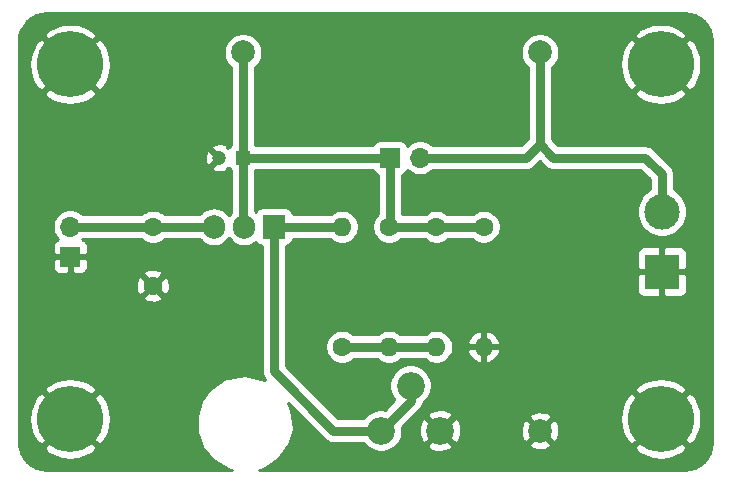
<source format=gbr>
G04 #@! TF.GenerationSoftware,KiCad,Pcbnew,(5.1.9)-1*
G04 #@! TF.CreationDate,2021-05-11T22:08:25+03:00*
G04 #@! TF.ProjectId,VariablePS,56617269-6162-46c6-9550-532e6b696361,1.0*
G04 #@! TF.SameCoordinates,Original*
G04 #@! TF.FileFunction,Copper,L2,Bot*
G04 #@! TF.FilePolarity,Positive*
%FSLAX46Y46*%
G04 Gerber Fmt 4.6, Leading zero omitted, Abs format (unit mm)*
G04 Created by KiCad (PCBNEW (5.1.9)-1) date 2021-05-11 22:08:25*
%MOMM*%
%LPD*%
G01*
G04 APERTURE LIST*
G04 #@! TA.AperFunction,ComponentPad*
%ADD10C,2.340000*%
G04 #@! TD*
G04 #@! TA.AperFunction,ComponentPad*
%ADD11O,1.905000X2.000000*%
G04 #@! TD*
G04 #@! TA.AperFunction,ComponentPad*
%ADD12R,1.905000X2.000000*%
G04 #@! TD*
G04 #@! TA.AperFunction,ComponentPad*
%ADD13C,2.000000*%
G04 #@! TD*
G04 #@! TA.AperFunction,ComponentPad*
%ADD14O,1.600000X1.600000*%
G04 #@! TD*
G04 #@! TA.AperFunction,ComponentPad*
%ADD15C,1.600000*%
G04 #@! TD*
G04 #@! TA.AperFunction,ComponentPad*
%ADD16O,1.700000X1.700000*%
G04 #@! TD*
G04 #@! TA.AperFunction,ComponentPad*
%ADD17R,1.700000X1.700000*%
G04 #@! TD*
G04 #@! TA.AperFunction,ComponentPad*
%ADD18C,3.000000*%
G04 #@! TD*
G04 #@! TA.AperFunction,ComponentPad*
%ADD19R,3.000000X3.000000*%
G04 #@! TD*
G04 #@! TA.AperFunction,ComponentPad*
%ADD20C,5.600000*%
G04 #@! TD*
G04 #@! TA.AperFunction,ComponentPad*
%ADD21C,1.200000*%
G04 #@! TD*
G04 #@! TA.AperFunction,ComponentPad*
%ADD22R,1.200000X1.200000*%
G04 #@! TD*
G04 #@! TA.AperFunction,Conductor*
%ADD23C,0.800000*%
G04 #@! TD*
G04 #@! TA.AperFunction,Conductor*
%ADD24C,0.254000*%
G04 #@! TD*
G04 #@! TA.AperFunction,Conductor*
%ADD25C,0.100000*%
G04 #@! TD*
G04 APERTURE END LIST*
D10*
X111518000Y-76302000D03*
X114018000Y-72502000D03*
X116518000Y-76302000D03*
D11*
X97370000Y-59030000D03*
X99910000Y-59030000D03*
D12*
X102450000Y-59030000D03*
D13*
X124980000Y-76312000D03*
X124980000Y-44288000D03*
X99834000Y-44288000D03*
D14*
X108216000Y-59040000D03*
D15*
X108216000Y-69200000D03*
D14*
X120200000Y-69200000D03*
D15*
X120200000Y-59040000D03*
D14*
X112200000Y-69200000D03*
D15*
X112200000Y-59040000D03*
D14*
X116200000Y-69200000D03*
D15*
X116200000Y-59040000D03*
D16*
X114820000Y-53198000D03*
D17*
X112280000Y-53198000D03*
D16*
X85200000Y-59030000D03*
D17*
X85200000Y-61570000D03*
D18*
X135300000Y-57760000D03*
D19*
X135300000Y-62840000D03*
D20*
X135200000Y-45300000D03*
X85200000Y-45300000D03*
X135200000Y-75300000D03*
X85200000Y-75300000D03*
D21*
X97834000Y-53198000D03*
D22*
X99834000Y-53198000D03*
D15*
X92200000Y-64030000D03*
X92200000Y-59030000D03*
D23*
X92200000Y-59030000D02*
X97370000Y-59030000D01*
X92200000Y-59030000D02*
X85200000Y-59030000D01*
X99834000Y-58954000D02*
X99910000Y-59030000D01*
X99834000Y-53198000D02*
X99834000Y-58954000D01*
X99834000Y-53198000D02*
X99834000Y-44288000D01*
X99834000Y-53198000D02*
X112280000Y-53198000D01*
X112280000Y-58960000D02*
X112200000Y-59040000D01*
X112280000Y-53198000D02*
X112280000Y-58960000D01*
X112200000Y-59040000D02*
X116200000Y-59040000D01*
X120200000Y-59040000D02*
X116200000Y-59040000D01*
X108216000Y-69200000D02*
X112200000Y-69200000D01*
X116200000Y-69200000D02*
X112200000Y-69200000D01*
X102460000Y-59040000D02*
X102450000Y-59030000D01*
X108216000Y-59040000D02*
X102460000Y-59040000D01*
X102450000Y-59030000D02*
X102450000Y-71300000D01*
X107452000Y-76302000D02*
X111518000Y-76302000D01*
X102450000Y-71300000D02*
X107452000Y-76302000D01*
X114018000Y-73802000D02*
X111518000Y-76302000D01*
X114018000Y-72502000D02*
X114018000Y-73802000D01*
X114820000Y-53198000D02*
X123802000Y-53198000D01*
X124980000Y-52020000D02*
X124980000Y-44288000D01*
X123802000Y-53198000D02*
X124980000Y-52020000D01*
X124980000Y-52080000D02*
X126098000Y-53198000D01*
X124980000Y-52020000D02*
X124980000Y-52080000D01*
X135300000Y-57760000D02*
X135300000Y-54600000D01*
X133898000Y-53198000D02*
X126098000Y-53198000D01*
X135300000Y-54600000D02*
X133898000Y-53198000D01*
D24*
X137653893Y-41007670D02*
X138090498Y-41139489D01*
X138493185Y-41353600D01*
X138846612Y-41641848D01*
X139137327Y-41993261D01*
X139354242Y-42394439D01*
X139489106Y-42830113D01*
X139540000Y-43314344D01*
X139540001Y-77267711D01*
X139492330Y-77753894D01*
X139360512Y-78190497D01*
X139146399Y-78593186D01*
X138858150Y-78946613D01*
X138506739Y-79237327D01*
X138105564Y-79454240D01*
X137669886Y-79589106D01*
X137185664Y-79640000D01*
X101163634Y-79640000D01*
X101630802Y-79523208D01*
X101653225Y-79515309D01*
X101674698Y-79502709D01*
X102774698Y-78702709D01*
X102784782Y-78694557D01*
X102801600Y-78676200D01*
X103701600Y-77476200D01*
X103711765Y-77460312D01*
X103721384Y-77437349D01*
X104121384Y-76137349D01*
X104126742Y-76108097D01*
X104125886Y-76083215D01*
X103925886Y-74583215D01*
X103923478Y-74570298D01*
X103915311Y-74546780D01*
X103642946Y-73956657D01*
X106684197Y-76997908D01*
X106716604Y-77037396D01*
X106756092Y-77069803D01*
X106874202Y-77166734D01*
X106955801Y-77210349D01*
X107054007Y-77262841D01*
X107249105Y-77322024D01*
X107401162Y-77337000D01*
X107401171Y-77337000D01*
X107451999Y-77342006D01*
X107502827Y-77337000D01*
X110038709Y-77337000D01*
X110115965Y-77452621D01*
X110367379Y-77704035D01*
X110663012Y-77901571D01*
X110991501Y-78037635D01*
X111340223Y-78107000D01*
X111695777Y-78107000D01*
X112044499Y-78037635D01*
X112372988Y-77901571D01*
X112668621Y-77704035D01*
X112814054Y-77558602D01*
X115441003Y-77558602D01*
X115557275Y-77840389D01*
X115875860Y-77998257D01*
X116219122Y-78090938D01*
X116573869Y-78114873D01*
X116926470Y-78069139D01*
X117263373Y-77955495D01*
X117478725Y-77840389D01*
X117594997Y-77558602D01*
X117483808Y-77447413D01*
X124024192Y-77447413D01*
X124119956Y-77711814D01*
X124409571Y-77852704D01*
X124721108Y-77934384D01*
X125042595Y-77953718D01*
X125361675Y-77909961D01*
X125666088Y-77804795D01*
X125831312Y-77716481D01*
X132963124Y-77716481D01*
X133275308Y-78165177D01*
X133871259Y-78485612D01*
X134518273Y-78683626D01*
X135191484Y-78751610D01*
X135865023Y-78686949D01*
X136513006Y-78492130D01*
X137110530Y-78174639D01*
X137124692Y-78165177D01*
X137436876Y-77716481D01*
X135200000Y-75479605D01*
X132963124Y-77716481D01*
X125831312Y-77716481D01*
X125840044Y-77711814D01*
X125935808Y-77447413D01*
X124980000Y-76491605D01*
X124024192Y-77447413D01*
X117483808Y-77447413D01*
X116518000Y-76481605D01*
X115441003Y-77558602D01*
X112814054Y-77558602D01*
X112920035Y-77452621D01*
X113117571Y-77156988D01*
X113253635Y-76828499D01*
X113323000Y-76479777D01*
X113323000Y-76357869D01*
X114705127Y-76357869D01*
X114750861Y-76710470D01*
X114864505Y-77047373D01*
X114979611Y-77262725D01*
X115261398Y-77378997D01*
X116338395Y-76302000D01*
X116697605Y-76302000D01*
X117774602Y-77378997D01*
X118056389Y-77262725D01*
X118214257Y-76944140D01*
X118306938Y-76600878D01*
X118322205Y-76374595D01*
X123338282Y-76374595D01*
X123382039Y-76693675D01*
X123487205Y-76998088D01*
X123580186Y-77172044D01*
X123844587Y-77267808D01*
X124800395Y-76312000D01*
X125159605Y-76312000D01*
X126115413Y-77267808D01*
X126379814Y-77172044D01*
X126520704Y-76882429D01*
X126602384Y-76570892D01*
X126621718Y-76249405D01*
X126577961Y-75930325D01*
X126472795Y-75625912D01*
X126379814Y-75451956D01*
X126115413Y-75356192D01*
X125159605Y-76312000D01*
X124800395Y-76312000D01*
X123844587Y-75356192D01*
X123580186Y-75451956D01*
X123439296Y-75741571D01*
X123357616Y-76053108D01*
X123338282Y-76374595D01*
X118322205Y-76374595D01*
X118330873Y-76246131D01*
X118285139Y-75893530D01*
X118171495Y-75556627D01*
X118056389Y-75341275D01*
X117774602Y-75225003D01*
X116697605Y-76302000D01*
X116338395Y-76302000D01*
X115261398Y-75225003D01*
X114979611Y-75341275D01*
X114821743Y-75659860D01*
X114729062Y-76003122D01*
X114705127Y-76357869D01*
X113323000Y-76357869D01*
X113323000Y-76124223D01*
X113295872Y-75987839D01*
X114238313Y-75045398D01*
X115441003Y-75045398D01*
X116518000Y-76122395D01*
X117463808Y-75176587D01*
X124024192Y-75176587D01*
X124980000Y-76132395D01*
X125820911Y-75291484D01*
X131748390Y-75291484D01*
X131813051Y-75965023D01*
X132007870Y-76613006D01*
X132325361Y-77210530D01*
X132334823Y-77224692D01*
X132783519Y-77536876D01*
X135020395Y-75300000D01*
X135379605Y-75300000D01*
X137616481Y-77536876D01*
X138065177Y-77224692D01*
X138385612Y-76628741D01*
X138583626Y-75981727D01*
X138651610Y-75308516D01*
X138586949Y-74634977D01*
X138392130Y-73986994D01*
X138074639Y-73389470D01*
X138065177Y-73375308D01*
X137616481Y-73063124D01*
X135379605Y-75300000D01*
X135020395Y-75300000D01*
X132783519Y-73063124D01*
X132334823Y-73375308D01*
X132014388Y-73971259D01*
X131816374Y-74618273D01*
X131748390Y-75291484D01*
X125820911Y-75291484D01*
X125935808Y-75176587D01*
X125840044Y-74912186D01*
X125550429Y-74771296D01*
X125238892Y-74689616D01*
X124917405Y-74670282D01*
X124598325Y-74714039D01*
X124293912Y-74819205D01*
X124119956Y-74912186D01*
X124024192Y-75176587D01*
X117463808Y-75176587D01*
X117594997Y-75045398D01*
X117478725Y-74763611D01*
X117160140Y-74605743D01*
X116816878Y-74513062D01*
X116462131Y-74489127D01*
X116109530Y-74534861D01*
X115772627Y-74648505D01*
X115557275Y-74763611D01*
X115441003Y-75045398D01*
X114238313Y-75045398D01*
X114713908Y-74569803D01*
X114753396Y-74537396D01*
X114793009Y-74489127D01*
X114882734Y-74379798D01*
X114978840Y-74199994D01*
X114978841Y-74199993D01*
X115038024Y-74004895D01*
X115039458Y-73990339D01*
X115168621Y-73904035D01*
X115420035Y-73652621D01*
X115617571Y-73356988D01*
X115753635Y-73028499D01*
X115782473Y-72883519D01*
X132963124Y-72883519D01*
X135200000Y-75120395D01*
X137436876Y-72883519D01*
X137124692Y-72434823D01*
X136528741Y-72114388D01*
X135881727Y-71916374D01*
X135208516Y-71848390D01*
X134534977Y-71913051D01*
X133886994Y-72107870D01*
X133289470Y-72425361D01*
X133275308Y-72434823D01*
X132963124Y-72883519D01*
X115782473Y-72883519D01*
X115823000Y-72679777D01*
X115823000Y-72324223D01*
X115753635Y-71975501D01*
X115617571Y-71647012D01*
X115420035Y-71351379D01*
X115168621Y-71099965D01*
X114872988Y-70902429D01*
X114544499Y-70766365D01*
X114195777Y-70697000D01*
X113840223Y-70697000D01*
X113491501Y-70766365D01*
X113163012Y-70902429D01*
X112867379Y-71099965D01*
X112615965Y-71351379D01*
X112418429Y-71647012D01*
X112282365Y-71975501D01*
X112213000Y-72324223D01*
X112213000Y-72679777D01*
X112282365Y-73028499D01*
X112418429Y-73356988D01*
X112615965Y-73652621D01*
X112659817Y-73696473D01*
X111832161Y-74524128D01*
X111695777Y-74497000D01*
X111340223Y-74497000D01*
X110991501Y-74566365D01*
X110663012Y-74702429D01*
X110367379Y-74899965D01*
X110115965Y-75151379D01*
X110038709Y-75267000D01*
X107880711Y-75267000D01*
X103485000Y-70871290D01*
X103485000Y-69058665D01*
X106781000Y-69058665D01*
X106781000Y-69341335D01*
X106836147Y-69618574D01*
X106944320Y-69879727D01*
X107101363Y-70114759D01*
X107301241Y-70314637D01*
X107536273Y-70471680D01*
X107797426Y-70579853D01*
X108074665Y-70635000D01*
X108357335Y-70635000D01*
X108634574Y-70579853D01*
X108895727Y-70471680D01*
X109130759Y-70314637D01*
X109210396Y-70235000D01*
X111205604Y-70235000D01*
X111285241Y-70314637D01*
X111520273Y-70471680D01*
X111781426Y-70579853D01*
X112058665Y-70635000D01*
X112341335Y-70635000D01*
X112618574Y-70579853D01*
X112879727Y-70471680D01*
X113114759Y-70314637D01*
X113194396Y-70235000D01*
X115205604Y-70235000D01*
X115285241Y-70314637D01*
X115520273Y-70471680D01*
X115781426Y-70579853D01*
X116058665Y-70635000D01*
X116341335Y-70635000D01*
X116618574Y-70579853D01*
X116879727Y-70471680D01*
X117114759Y-70314637D01*
X117314637Y-70114759D01*
X117471680Y-69879727D01*
X117579853Y-69618574D01*
X117593684Y-69549040D01*
X118808091Y-69549040D01*
X118902930Y-69813881D01*
X119047615Y-70055131D01*
X119236586Y-70263519D01*
X119462580Y-70431037D01*
X119716913Y-70551246D01*
X119850961Y-70591904D01*
X120073000Y-70469915D01*
X120073000Y-69327000D01*
X120327000Y-69327000D01*
X120327000Y-70469915D01*
X120549039Y-70591904D01*
X120683087Y-70551246D01*
X120937420Y-70431037D01*
X121163414Y-70263519D01*
X121352385Y-70055131D01*
X121497070Y-69813881D01*
X121591909Y-69549040D01*
X121470624Y-69327000D01*
X120327000Y-69327000D01*
X120073000Y-69327000D01*
X118929376Y-69327000D01*
X118808091Y-69549040D01*
X117593684Y-69549040D01*
X117635000Y-69341335D01*
X117635000Y-69058665D01*
X117593685Y-68850960D01*
X118808091Y-68850960D01*
X118929376Y-69073000D01*
X120073000Y-69073000D01*
X120073000Y-67930085D01*
X120327000Y-67930085D01*
X120327000Y-69073000D01*
X121470624Y-69073000D01*
X121591909Y-68850960D01*
X121497070Y-68586119D01*
X121352385Y-68344869D01*
X121163414Y-68136481D01*
X120937420Y-67968963D01*
X120683087Y-67848754D01*
X120549039Y-67808096D01*
X120327000Y-67930085D01*
X120073000Y-67930085D01*
X119850961Y-67808096D01*
X119716913Y-67848754D01*
X119462580Y-67968963D01*
X119236586Y-68136481D01*
X119047615Y-68344869D01*
X118902930Y-68586119D01*
X118808091Y-68850960D01*
X117593685Y-68850960D01*
X117579853Y-68781426D01*
X117471680Y-68520273D01*
X117314637Y-68285241D01*
X117114759Y-68085363D01*
X116879727Y-67928320D01*
X116618574Y-67820147D01*
X116341335Y-67765000D01*
X116058665Y-67765000D01*
X115781426Y-67820147D01*
X115520273Y-67928320D01*
X115285241Y-68085363D01*
X115205604Y-68165000D01*
X113194396Y-68165000D01*
X113114759Y-68085363D01*
X112879727Y-67928320D01*
X112618574Y-67820147D01*
X112341335Y-67765000D01*
X112058665Y-67765000D01*
X111781426Y-67820147D01*
X111520273Y-67928320D01*
X111285241Y-68085363D01*
X111205604Y-68165000D01*
X109210396Y-68165000D01*
X109130759Y-68085363D01*
X108895727Y-67928320D01*
X108634574Y-67820147D01*
X108357335Y-67765000D01*
X108074665Y-67765000D01*
X107797426Y-67820147D01*
X107536273Y-67928320D01*
X107301241Y-68085363D01*
X107101363Y-68285241D01*
X106944320Y-68520273D01*
X106836147Y-68781426D01*
X106781000Y-69058665D01*
X103485000Y-69058665D01*
X103485000Y-64340000D01*
X133161928Y-64340000D01*
X133174188Y-64464482D01*
X133210498Y-64584180D01*
X133269463Y-64694494D01*
X133348815Y-64791185D01*
X133445506Y-64870537D01*
X133555820Y-64929502D01*
X133675518Y-64965812D01*
X133800000Y-64978072D01*
X135014250Y-64975000D01*
X135173000Y-64816250D01*
X135173000Y-62967000D01*
X135427000Y-62967000D01*
X135427000Y-64816250D01*
X135585750Y-64975000D01*
X136800000Y-64978072D01*
X136924482Y-64965812D01*
X137044180Y-64929502D01*
X137154494Y-64870537D01*
X137251185Y-64791185D01*
X137330537Y-64694494D01*
X137389502Y-64584180D01*
X137425812Y-64464482D01*
X137438072Y-64340000D01*
X137435000Y-63125750D01*
X137276250Y-62967000D01*
X135427000Y-62967000D01*
X135173000Y-62967000D01*
X133323750Y-62967000D01*
X133165000Y-63125750D01*
X133161928Y-64340000D01*
X103485000Y-64340000D01*
X103485000Y-61340000D01*
X133161928Y-61340000D01*
X133165000Y-62554250D01*
X133323750Y-62713000D01*
X135173000Y-62713000D01*
X135173000Y-60863750D01*
X135427000Y-60863750D01*
X135427000Y-62713000D01*
X137276250Y-62713000D01*
X137435000Y-62554250D01*
X137438072Y-61340000D01*
X137425812Y-61215518D01*
X137389502Y-61095820D01*
X137330537Y-60985506D01*
X137251185Y-60888815D01*
X137154494Y-60809463D01*
X137044180Y-60750498D01*
X136924482Y-60714188D01*
X136800000Y-60701928D01*
X135585750Y-60705000D01*
X135427000Y-60863750D01*
X135173000Y-60863750D01*
X135014250Y-60705000D01*
X133800000Y-60701928D01*
X133675518Y-60714188D01*
X133555820Y-60750498D01*
X133445506Y-60809463D01*
X133348815Y-60888815D01*
X133269463Y-60985506D01*
X133210498Y-61095820D01*
X133174188Y-61215518D01*
X133161928Y-61340000D01*
X103485000Y-61340000D01*
X103485000Y-60659947D01*
X103526982Y-60655812D01*
X103646680Y-60619502D01*
X103756994Y-60560537D01*
X103853685Y-60481185D01*
X103933037Y-60384494D01*
X103992002Y-60274180D01*
X104028312Y-60154482D01*
X104036140Y-60075000D01*
X107221604Y-60075000D01*
X107301241Y-60154637D01*
X107536273Y-60311680D01*
X107797426Y-60419853D01*
X108074665Y-60475000D01*
X108357335Y-60475000D01*
X108634574Y-60419853D01*
X108895727Y-60311680D01*
X109130759Y-60154637D01*
X109330637Y-59954759D01*
X109487680Y-59719727D01*
X109595853Y-59458574D01*
X109651000Y-59181335D01*
X109651000Y-58898665D01*
X109595853Y-58621426D01*
X109487680Y-58360273D01*
X109330637Y-58125241D01*
X109130759Y-57925363D01*
X108895727Y-57768320D01*
X108634574Y-57660147D01*
X108357335Y-57605000D01*
X108074665Y-57605000D01*
X107797426Y-57660147D01*
X107536273Y-57768320D01*
X107301241Y-57925363D01*
X107221604Y-58005000D01*
X104038110Y-58005000D01*
X104028312Y-57905518D01*
X103992002Y-57785820D01*
X103933037Y-57675506D01*
X103853685Y-57578815D01*
X103756994Y-57499463D01*
X103646680Y-57440498D01*
X103526982Y-57404188D01*
X103402500Y-57391928D01*
X101497500Y-57391928D01*
X101373018Y-57404188D01*
X101253320Y-57440498D01*
X101143006Y-57499463D01*
X101046315Y-57578815D01*
X100966963Y-57675506D01*
X100922095Y-57759446D01*
X100869000Y-57715872D01*
X100869000Y-54262468D01*
X100885185Y-54249185D01*
X100898468Y-54233000D01*
X110822546Y-54233000D01*
X110840498Y-54292180D01*
X110899463Y-54402494D01*
X110978815Y-54499185D01*
X111075506Y-54578537D01*
X111185820Y-54637502D01*
X111245000Y-54655454D01*
X111245001Y-57965603D01*
X111085363Y-58125241D01*
X110928320Y-58360273D01*
X110820147Y-58621426D01*
X110765000Y-58898665D01*
X110765000Y-59181335D01*
X110820147Y-59458574D01*
X110928320Y-59719727D01*
X111085363Y-59954759D01*
X111285241Y-60154637D01*
X111520273Y-60311680D01*
X111781426Y-60419853D01*
X112058665Y-60475000D01*
X112341335Y-60475000D01*
X112618574Y-60419853D01*
X112879727Y-60311680D01*
X113114759Y-60154637D01*
X113194396Y-60075000D01*
X115205604Y-60075000D01*
X115285241Y-60154637D01*
X115520273Y-60311680D01*
X115781426Y-60419853D01*
X116058665Y-60475000D01*
X116341335Y-60475000D01*
X116618574Y-60419853D01*
X116879727Y-60311680D01*
X117114759Y-60154637D01*
X117194396Y-60075000D01*
X119205604Y-60075000D01*
X119285241Y-60154637D01*
X119520273Y-60311680D01*
X119781426Y-60419853D01*
X120058665Y-60475000D01*
X120341335Y-60475000D01*
X120618574Y-60419853D01*
X120879727Y-60311680D01*
X121114759Y-60154637D01*
X121314637Y-59954759D01*
X121471680Y-59719727D01*
X121579853Y-59458574D01*
X121635000Y-59181335D01*
X121635000Y-58898665D01*
X121579853Y-58621426D01*
X121471680Y-58360273D01*
X121314637Y-58125241D01*
X121114759Y-57925363D01*
X120879727Y-57768320D01*
X120618574Y-57660147D01*
X120341335Y-57605000D01*
X120058665Y-57605000D01*
X119781426Y-57660147D01*
X119520273Y-57768320D01*
X119285241Y-57925363D01*
X119205604Y-58005000D01*
X117194396Y-58005000D01*
X117114759Y-57925363D01*
X116879727Y-57768320D01*
X116618574Y-57660147D01*
X116341335Y-57605000D01*
X116058665Y-57605000D01*
X115781426Y-57660147D01*
X115520273Y-57768320D01*
X115285241Y-57925363D01*
X115205604Y-58005000D01*
X113315000Y-58005000D01*
X113315000Y-54655454D01*
X113374180Y-54637502D01*
X113484494Y-54578537D01*
X113581185Y-54499185D01*
X113660537Y-54402494D01*
X113719502Y-54292180D01*
X113741513Y-54219620D01*
X113873368Y-54351475D01*
X114116589Y-54513990D01*
X114386842Y-54625932D01*
X114673740Y-54683000D01*
X114966260Y-54683000D01*
X115253158Y-54625932D01*
X115523411Y-54513990D01*
X115766632Y-54351475D01*
X115885107Y-54233000D01*
X123751172Y-54233000D01*
X123802000Y-54238006D01*
X123852828Y-54233000D01*
X123852838Y-54233000D01*
X124004895Y-54218024D01*
X124199993Y-54158841D01*
X124379797Y-54062734D01*
X124537396Y-53933396D01*
X124569807Y-53893903D01*
X124950000Y-53513710D01*
X125330196Y-53893907D01*
X125362604Y-53933396D01*
X125402092Y-53965803D01*
X125520202Y-54062734D01*
X125616309Y-54114104D01*
X125700007Y-54158841D01*
X125895105Y-54218024D01*
X126047162Y-54233000D01*
X126047165Y-54233000D01*
X126098000Y-54238007D01*
X126148835Y-54233000D01*
X133469290Y-54233000D01*
X134265001Y-55028712D01*
X134265001Y-55883822D01*
X133939017Y-56101637D01*
X133641637Y-56399017D01*
X133407988Y-56748698D01*
X133247047Y-57137244D01*
X133165000Y-57549721D01*
X133165000Y-57970279D01*
X133247047Y-58382756D01*
X133407988Y-58771302D01*
X133641637Y-59120983D01*
X133939017Y-59418363D01*
X134288698Y-59652012D01*
X134677244Y-59812953D01*
X135089721Y-59895000D01*
X135510279Y-59895000D01*
X135922756Y-59812953D01*
X136311302Y-59652012D01*
X136660983Y-59418363D01*
X136958363Y-59120983D01*
X137192012Y-58771302D01*
X137352953Y-58382756D01*
X137435000Y-57970279D01*
X137435000Y-57549721D01*
X137352953Y-57137244D01*
X137192012Y-56748698D01*
X136958363Y-56399017D01*
X136660983Y-56101637D01*
X136335000Y-55883822D01*
X136335000Y-54650827D01*
X136340006Y-54599999D01*
X136335000Y-54549171D01*
X136335000Y-54549162D01*
X136320024Y-54397105D01*
X136260841Y-54202007D01*
X136216104Y-54118309D01*
X136164734Y-54022202D01*
X136067803Y-53904092D01*
X136035396Y-53864604D01*
X135995908Y-53832197D01*
X134665807Y-52502097D01*
X134633396Y-52462604D01*
X134475797Y-52333266D01*
X134295993Y-52237159D01*
X134100895Y-52177976D01*
X133948838Y-52163000D01*
X133948828Y-52163000D01*
X133898000Y-52157994D01*
X133847172Y-52163000D01*
X126526711Y-52163000D01*
X126015000Y-51651290D01*
X126015000Y-47716481D01*
X132963124Y-47716481D01*
X133275308Y-48165177D01*
X133871259Y-48485612D01*
X134518273Y-48683626D01*
X135191484Y-48751610D01*
X135865023Y-48686949D01*
X136513006Y-48492130D01*
X137110530Y-48174639D01*
X137124692Y-48165177D01*
X137436876Y-47716481D01*
X135200000Y-45479605D01*
X132963124Y-47716481D01*
X126015000Y-47716481D01*
X126015000Y-45562833D01*
X126022252Y-45557987D01*
X126249987Y-45330252D01*
X126275890Y-45291484D01*
X131748390Y-45291484D01*
X131813051Y-45965023D01*
X132007870Y-46613006D01*
X132325361Y-47210530D01*
X132334823Y-47224692D01*
X132783519Y-47536876D01*
X135020395Y-45300000D01*
X135379605Y-45300000D01*
X137616481Y-47536876D01*
X138065177Y-47224692D01*
X138385612Y-46628741D01*
X138583626Y-45981727D01*
X138651610Y-45308516D01*
X138586949Y-44634977D01*
X138392130Y-43986994D01*
X138074639Y-43389470D01*
X138065177Y-43375308D01*
X137616481Y-43063124D01*
X135379605Y-45300000D01*
X135020395Y-45300000D01*
X132783519Y-43063124D01*
X132334823Y-43375308D01*
X132014388Y-43971259D01*
X131816374Y-44618273D01*
X131748390Y-45291484D01*
X126275890Y-45291484D01*
X126428918Y-45062463D01*
X126552168Y-44764912D01*
X126615000Y-44449033D01*
X126615000Y-44126967D01*
X126552168Y-43811088D01*
X126428918Y-43513537D01*
X126249987Y-43245748D01*
X126022252Y-43018013D01*
X125820968Y-42883519D01*
X132963124Y-42883519D01*
X135200000Y-45120395D01*
X137436876Y-42883519D01*
X137124692Y-42434823D01*
X136528741Y-42114388D01*
X135881727Y-41916374D01*
X135208516Y-41848390D01*
X134534977Y-41913051D01*
X133886994Y-42107870D01*
X133289470Y-42425361D01*
X133275308Y-42434823D01*
X132963124Y-42883519D01*
X125820968Y-42883519D01*
X125754463Y-42839082D01*
X125456912Y-42715832D01*
X125141033Y-42653000D01*
X124818967Y-42653000D01*
X124503088Y-42715832D01*
X124205537Y-42839082D01*
X123937748Y-43018013D01*
X123710013Y-43245748D01*
X123531082Y-43513537D01*
X123407832Y-43811088D01*
X123345000Y-44126967D01*
X123345000Y-44449033D01*
X123407832Y-44764912D01*
X123531082Y-45062463D01*
X123710013Y-45330252D01*
X123937748Y-45557987D01*
X123945001Y-45562833D01*
X123945000Y-51591289D01*
X123373290Y-52163000D01*
X115885107Y-52163000D01*
X115766632Y-52044525D01*
X115523411Y-51882010D01*
X115253158Y-51770068D01*
X114966260Y-51713000D01*
X114673740Y-51713000D01*
X114386842Y-51770068D01*
X114116589Y-51882010D01*
X113873368Y-52044525D01*
X113741513Y-52176380D01*
X113719502Y-52103820D01*
X113660537Y-51993506D01*
X113581185Y-51896815D01*
X113484494Y-51817463D01*
X113374180Y-51758498D01*
X113254482Y-51722188D01*
X113130000Y-51709928D01*
X111430000Y-51709928D01*
X111305518Y-51722188D01*
X111185820Y-51758498D01*
X111075506Y-51817463D01*
X110978815Y-51896815D01*
X110899463Y-51993506D01*
X110840498Y-52103820D01*
X110822546Y-52163000D01*
X100898468Y-52163000D01*
X100885185Y-52146815D01*
X100869000Y-52133532D01*
X100869000Y-45562833D01*
X100876252Y-45557987D01*
X101103987Y-45330252D01*
X101282918Y-45062463D01*
X101406168Y-44764912D01*
X101469000Y-44449033D01*
X101469000Y-44126967D01*
X101406168Y-43811088D01*
X101282918Y-43513537D01*
X101103987Y-43245748D01*
X100876252Y-43018013D01*
X100608463Y-42839082D01*
X100310912Y-42715832D01*
X99995033Y-42653000D01*
X99672967Y-42653000D01*
X99357088Y-42715832D01*
X99059537Y-42839082D01*
X98791748Y-43018013D01*
X98564013Y-43245748D01*
X98385082Y-43513537D01*
X98261832Y-43811088D01*
X98199000Y-44126967D01*
X98199000Y-44449033D01*
X98261832Y-44764912D01*
X98385082Y-45062463D01*
X98564013Y-45330252D01*
X98791748Y-45557987D01*
X98799001Y-45562833D01*
X98799000Y-52133532D01*
X98782815Y-52146815D01*
X98703463Y-52243506D01*
X98679142Y-52289006D01*
X98621264Y-52231128D01*
X98504158Y-52348234D01*
X98456852Y-52124652D01*
X98235484Y-52023763D01*
X97998687Y-51968000D01*
X97755562Y-51959505D01*
X97515451Y-51998605D01*
X97287582Y-52083798D01*
X97211148Y-52124652D01*
X97163841Y-52348236D01*
X97834000Y-53018395D01*
X97848143Y-53004253D01*
X98027748Y-53183858D01*
X98013605Y-53198000D01*
X98027748Y-53212143D01*
X97848143Y-53391748D01*
X97834000Y-53377605D01*
X97163841Y-54047764D01*
X97211148Y-54271348D01*
X97432516Y-54372237D01*
X97669313Y-54428000D01*
X97912438Y-54436495D01*
X98152549Y-54397395D01*
X98380418Y-54312202D01*
X98456852Y-54271348D01*
X98504158Y-54047766D01*
X98621264Y-54164872D01*
X98679142Y-54106994D01*
X98703463Y-54152494D01*
X98782815Y-54249185D01*
X98799000Y-54262468D01*
X98799001Y-57840615D01*
X98782037Y-57854537D01*
X98640000Y-58027609D01*
X98497963Y-57854537D01*
X98256235Y-57656155D01*
X97980449Y-57508745D01*
X97681204Y-57417970D01*
X97370000Y-57387319D01*
X97058797Y-57417970D01*
X96759552Y-57508745D01*
X96483766Y-57656155D01*
X96242037Y-57854537D01*
X96126761Y-57995000D01*
X93194396Y-57995000D01*
X93114759Y-57915363D01*
X92879727Y-57758320D01*
X92618574Y-57650147D01*
X92341335Y-57595000D01*
X92058665Y-57595000D01*
X91781426Y-57650147D01*
X91520273Y-57758320D01*
X91285241Y-57915363D01*
X91205604Y-57995000D01*
X86265107Y-57995000D01*
X86146632Y-57876525D01*
X85903411Y-57714010D01*
X85633158Y-57602068D01*
X85346260Y-57545000D01*
X85053740Y-57545000D01*
X84766842Y-57602068D01*
X84496589Y-57714010D01*
X84253368Y-57876525D01*
X84046525Y-58083368D01*
X83884010Y-58326589D01*
X83772068Y-58596842D01*
X83715000Y-58883740D01*
X83715000Y-59176260D01*
X83772068Y-59463158D01*
X83884010Y-59733411D01*
X84046525Y-59976632D01*
X84178380Y-60108487D01*
X84105820Y-60130498D01*
X83995506Y-60189463D01*
X83898815Y-60268815D01*
X83819463Y-60365506D01*
X83760498Y-60475820D01*
X83724188Y-60595518D01*
X83711928Y-60720000D01*
X83715000Y-61284250D01*
X83873750Y-61443000D01*
X85073000Y-61443000D01*
X85073000Y-61423000D01*
X85327000Y-61423000D01*
X85327000Y-61443000D01*
X86526250Y-61443000D01*
X86685000Y-61284250D01*
X86688072Y-60720000D01*
X86675812Y-60595518D01*
X86639502Y-60475820D01*
X86580537Y-60365506D01*
X86501185Y-60268815D01*
X86404494Y-60189463D01*
X86294180Y-60130498D01*
X86221620Y-60108487D01*
X86265107Y-60065000D01*
X91205604Y-60065000D01*
X91285241Y-60144637D01*
X91520273Y-60301680D01*
X91781426Y-60409853D01*
X92058665Y-60465000D01*
X92341335Y-60465000D01*
X92618574Y-60409853D01*
X92879727Y-60301680D01*
X93114759Y-60144637D01*
X93194396Y-60065000D01*
X96126762Y-60065000D01*
X96242037Y-60205463D01*
X96483765Y-60403845D01*
X96759551Y-60551255D01*
X97058796Y-60642030D01*
X97370000Y-60672681D01*
X97681203Y-60642030D01*
X97980448Y-60551255D01*
X98256234Y-60403845D01*
X98497963Y-60205463D01*
X98640000Y-60032391D01*
X98782037Y-60205463D01*
X99023765Y-60403845D01*
X99299551Y-60551255D01*
X99598796Y-60642030D01*
X99910000Y-60672681D01*
X100221203Y-60642030D01*
X100520448Y-60551255D01*
X100796234Y-60403845D01*
X100922095Y-60300553D01*
X100966963Y-60384494D01*
X101046315Y-60481185D01*
X101143006Y-60560537D01*
X101253320Y-60619502D01*
X101373018Y-60655812D01*
X101415000Y-60659947D01*
X101415001Y-71249162D01*
X101409994Y-71300000D01*
X101429977Y-71502895D01*
X101489160Y-71697993D01*
X101585266Y-71877797D01*
X101682197Y-71995907D01*
X101700605Y-72018337D01*
X100031257Y-71594445D01*
X99998347Y-71590550D01*
X99973605Y-71593312D01*
X98173605Y-71975773D01*
X98146775Y-71984691D01*
X98125302Y-71997291D01*
X97025302Y-72797291D01*
X97012165Y-72808272D01*
X96995958Y-72827170D01*
X96295958Y-73827170D01*
X96285168Y-73845753D01*
X96276792Y-73869198D01*
X95976792Y-75069198D01*
X95973000Y-75100000D01*
X95973000Y-76400000D01*
X95973997Y-76415884D01*
X95979517Y-76440161D01*
X96379517Y-77640161D01*
X96388449Y-77660707D01*
X96402436Y-77681303D01*
X97402436Y-78881303D01*
X97419131Y-78897925D01*
X97439789Y-78911820D01*
X98739789Y-79611820D01*
X98759965Y-79620525D01*
X98784248Y-79626019D01*
X98896096Y-79640000D01*
X83232279Y-79640000D01*
X82746106Y-79592330D01*
X82309503Y-79460512D01*
X81906814Y-79246399D01*
X81553387Y-78958150D01*
X81262673Y-78606739D01*
X81045760Y-78205564D01*
X80910894Y-77769886D01*
X80905281Y-77716481D01*
X82963124Y-77716481D01*
X83275308Y-78165177D01*
X83871259Y-78485612D01*
X84518273Y-78683626D01*
X85191484Y-78751610D01*
X85865023Y-78686949D01*
X86513006Y-78492130D01*
X87110530Y-78174639D01*
X87124692Y-78165177D01*
X87436876Y-77716481D01*
X85200000Y-75479605D01*
X82963124Y-77716481D01*
X80905281Y-77716481D01*
X80860000Y-77285664D01*
X80860000Y-75291484D01*
X81748390Y-75291484D01*
X81813051Y-75965023D01*
X82007870Y-76613006D01*
X82325361Y-77210530D01*
X82334823Y-77224692D01*
X82783519Y-77536876D01*
X85020395Y-75300000D01*
X85379605Y-75300000D01*
X87616481Y-77536876D01*
X88065177Y-77224692D01*
X88385612Y-76628741D01*
X88583626Y-75981727D01*
X88651610Y-75308516D01*
X88586949Y-74634977D01*
X88392130Y-73986994D01*
X88074639Y-73389470D01*
X88065177Y-73375308D01*
X87616481Y-73063124D01*
X85379605Y-75300000D01*
X85020395Y-75300000D01*
X82783519Y-73063124D01*
X82334823Y-73375308D01*
X82014388Y-73971259D01*
X81816374Y-74618273D01*
X81748390Y-75291484D01*
X80860000Y-75291484D01*
X80860000Y-72883519D01*
X82963124Y-72883519D01*
X85200000Y-75120395D01*
X87436876Y-72883519D01*
X87124692Y-72434823D01*
X86528741Y-72114388D01*
X85881727Y-71916374D01*
X85208516Y-71848390D01*
X84534977Y-71913051D01*
X83886994Y-72107870D01*
X83289470Y-72425361D01*
X83275308Y-72434823D01*
X82963124Y-72883519D01*
X80860000Y-72883519D01*
X80860000Y-65022702D01*
X91386903Y-65022702D01*
X91458486Y-65266671D01*
X91713996Y-65387571D01*
X91988184Y-65456300D01*
X92270512Y-65470217D01*
X92550130Y-65428787D01*
X92816292Y-65333603D01*
X92941514Y-65266671D01*
X93013097Y-65022702D01*
X92200000Y-64209605D01*
X91386903Y-65022702D01*
X80860000Y-65022702D01*
X80860000Y-64100512D01*
X90759783Y-64100512D01*
X90801213Y-64380130D01*
X90896397Y-64646292D01*
X90963329Y-64771514D01*
X91207298Y-64843097D01*
X92020395Y-64030000D01*
X92379605Y-64030000D01*
X93192702Y-64843097D01*
X93436671Y-64771514D01*
X93557571Y-64516004D01*
X93626300Y-64241816D01*
X93640217Y-63959488D01*
X93598787Y-63679870D01*
X93503603Y-63413708D01*
X93436671Y-63288486D01*
X93192702Y-63216903D01*
X92379605Y-64030000D01*
X92020395Y-64030000D01*
X91207298Y-63216903D01*
X90963329Y-63288486D01*
X90842429Y-63543996D01*
X90773700Y-63818184D01*
X90759783Y-64100512D01*
X80860000Y-64100512D01*
X80860000Y-62420000D01*
X83711928Y-62420000D01*
X83724188Y-62544482D01*
X83760498Y-62664180D01*
X83819463Y-62774494D01*
X83898815Y-62871185D01*
X83995506Y-62950537D01*
X84105820Y-63009502D01*
X84225518Y-63045812D01*
X84350000Y-63058072D01*
X84914250Y-63055000D01*
X85073000Y-62896250D01*
X85073000Y-61697000D01*
X85327000Y-61697000D01*
X85327000Y-62896250D01*
X85485750Y-63055000D01*
X86050000Y-63058072D01*
X86174482Y-63045812D01*
X86202548Y-63037298D01*
X91386903Y-63037298D01*
X92200000Y-63850395D01*
X93013097Y-63037298D01*
X92941514Y-62793329D01*
X92686004Y-62672429D01*
X92411816Y-62603700D01*
X92129488Y-62589783D01*
X91849870Y-62631213D01*
X91583708Y-62726397D01*
X91458486Y-62793329D01*
X91386903Y-63037298D01*
X86202548Y-63037298D01*
X86294180Y-63009502D01*
X86404494Y-62950537D01*
X86501185Y-62871185D01*
X86580537Y-62774494D01*
X86639502Y-62664180D01*
X86675812Y-62544482D01*
X86688072Y-62420000D01*
X86685000Y-61855750D01*
X86526250Y-61697000D01*
X85327000Y-61697000D01*
X85073000Y-61697000D01*
X83873750Y-61697000D01*
X83715000Y-61855750D01*
X83711928Y-62420000D01*
X80860000Y-62420000D01*
X80860000Y-53276438D01*
X96595505Y-53276438D01*
X96634605Y-53516549D01*
X96719798Y-53744418D01*
X96760652Y-53820852D01*
X96984236Y-53868159D01*
X97654395Y-53198000D01*
X96984236Y-52527841D01*
X96760652Y-52575148D01*
X96659763Y-52796516D01*
X96604000Y-53033313D01*
X96595505Y-53276438D01*
X80860000Y-53276438D01*
X80860000Y-47716481D01*
X82963124Y-47716481D01*
X83275308Y-48165177D01*
X83871259Y-48485612D01*
X84518273Y-48683626D01*
X85191484Y-48751610D01*
X85865023Y-48686949D01*
X86513006Y-48492130D01*
X87110530Y-48174639D01*
X87124692Y-48165177D01*
X87436876Y-47716481D01*
X85200000Y-45479605D01*
X82963124Y-47716481D01*
X80860000Y-47716481D01*
X80860000Y-45291484D01*
X81748390Y-45291484D01*
X81813051Y-45965023D01*
X82007870Y-46613006D01*
X82325361Y-47210530D01*
X82334823Y-47224692D01*
X82783519Y-47536876D01*
X85020395Y-45300000D01*
X85379605Y-45300000D01*
X87616481Y-47536876D01*
X88065177Y-47224692D01*
X88385612Y-46628741D01*
X88583626Y-45981727D01*
X88651610Y-45308516D01*
X88586949Y-44634977D01*
X88392130Y-43986994D01*
X88074639Y-43389470D01*
X88065177Y-43375308D01*
X87616481Y-43063124D01*
X85379605Y-45300000D01*
X85020395Y-45300000D01*
X82783519Y-43063124D01*
X82334823Y-43375308D01*
X82014388Y-43971259D01*
X81816374Y-44618273D01*
X81748390Y-45291484D01*
X80860000Y-45291484D01*
X80860000Y-43332279D01*
X80904001Y-42883519D01*
X82963124Y-42883519D01*
X85200000Y-45120395D01*
X87436876Y-42883519D01*
X87124692Y-42434823D01*
X86528741Y-42114388D01*
X85881727Y-41916374D01*
X85208516Y-41848390D01*
X84534977Y-41913051D01*
X83886994Y-42107870D01*
X83289470Y-42425361D01*
X83275308Y-42434823D01*
X82963124Y-42883519D01*
X80904001Y-42883519D01*
X80907670Y-42846107D01*
X81039489Y-42409502D01*
X81253600Y-42006815D01*
X81541848Y-41653388D01*
X81893261Y-41362673D01*
X82294439Y-41145758D01*
X82730113Y-41010894D01*
X83214344Y-40960000D01*
X137167721Y-40960000D01*
X137653893Y-41007670D01*
G04 #@! TA.AperFunction,Conductor*
D25*
G36*
X137653893Y-41007670D02*
G01*
X138090498Y-41139489D01*
X138493185Y-41353600D01*
X138846612Y-41641848D01*
X139137327Y-41993261D01*
X139354242Y-42394439D01*
X139489106Y-42830113D01*
X139540000Y-43314344D01*
X139540001Y-77267711D01*
X139492330Y-77753894D01*
X139360512Y-78190497D01*
X139146399Y-78593186D01*
X138858150Y-78946613D01*
X138506739Y-79237327D01*
X138105564Y-79454240D01*
X137669886Y-79589106D01*
X137185664Y-79640000D01*
X101163634Y-79640000D01*
X101630802Y-79523208D01*
X101653225Y-79515309D01*
X101674698Y-79502709D01*
X102774698Y-78702709D01*
X102784782Y-78694557D01*
X102801600Y-78676200D01*
X103701600Y-77476200D01*
X103711765Y-77460312D01*
X103721384Y-77437349D01*
X104121384Y-76137349D01*
X104126742Y-76108097D01*
X104125886Y-76083215D01*
X103925886Y-74583215D01*
X103923478Y-74570298D01*
X103915311Y-74546780D01*
X103642946Y-73956657D01*
X106684197Y-76997908D01*
X106716604Y-77037396D01*
X106756092Y-77069803D01*
X106874202Y-77166734D01*
X106955801Y-77210349D01*
X107054007Y-77262841D01*
X107249105Y-77322024D01*
X107401162Y-77337000D01*
X107401171Y-77337000D01*
X107451999Y-77342006D01*
X107502827Y-77337000D01*
X110038709Y-77337000D01*
X110115965Y-77452621D01*
X110367379Y-77704035D01*
X110663012Y-77901571D01*
X110991501Y-78037635D01*
X111340223Y-78107000D01*
X111695777Y-78107000D01*
X112044499Y-78037635D01*
X112372988Y-77901571D01*
X112668621Y-77704035D01*
X112814054Y-77558602D01*
X115441003Y-77558602D01*
X115557275Y-77840389D01*
X115875860Y-77998257D01*
X116219122Y-78090938D01*
X116573869Y-78114873D01*
X116926470Y-78069139D01*
X117263373Y-77955495D01*
X117478725Y-77840389D01*
X117594997Y-77558602D01*
X117483808Y-77447413D01*
X124024192Y-77447413D01*
X124119956Y-77711814D01*
X124409571Y-77852704D01*
X124721108Y-77934384D01*
X125042595Y-77953718D01*
X125361675Y-77909961D01*
X125666088Y-77804795D01*
X125831312Y-77716481D01*
X132963124Y-77716481D01*
X133275308Y-78165177D01*
X133871259Y-78485612D01*
X134518273Y-78683626D01*
X135191484Y-78751610D01*
X135865023Y-78686949D01*
X136513006Y-78492130D01*
X137110530Y-78174639D01*
X137124692Y-78165177D01*
X137436876Y-77716481D01*
X135200000Y-75479605D01*
X132963124Y-77716481D01*
X125831312Y-77716481D01*
X125840044Y-77711814D01*
X125935808Y-77447413D01*
X124980000Y-76491605D01*
X124024192Y-77447413D01*
X117483808Y-77447413D01*
X116518000Y-76481605D01*
X115441003Y-77558602D01*
X112814054Y-77558602D01*
X112920035Y-77452621D01*
X113117571Y-77156988D01*
X113253635Y-76828499D01*
X113323000Y-76479777D01*
X113323000Y-76357869D01*
X114705127Y-76357869D01*
X114750861Y-76710470D01*
X114864505Y-77047373D01*
X114979611Y-77262725D01*
X115261398Y-77378997D01*
X116338395Y-76302000D01*
X116697605Y-76302000D01*
X117774602Y-77378997D01*
X118056389Y-77262725D01*
X118214257Y-76944140D01*
X118306938Y-76600878D01*
X118322205Y-76374595D01*
X123338282Y-76374595D01*
X123382039Y-76693675D01*
X123487205Y-76998088D01*
X123580186Y-77172044D01*
X123844587Y-77267808D01*
X124800395Y-76312000D01*
X125159605Y-76312000D01*
X126115413Y-77267808D01*
X126379814Y-77172044D01*
X126520704Y-76882429D01*
X126602384Y-76570892D01*
X126621718Y-76249405D01*
X126577961Y-75930325D01*
X126472795Y-75625912D01*
X126379814Y-75451956D01*
X126115413Y-75356192D01*
X125159605Y-76312000D01*
X124800395Y-76312000D01*
X123844587Y-75356192D01*
X123580186Y-75451956D01*
X123439296Y-75741571D01*
X123357616Y-76053108D01*
X123338282Y-76374595D01*
X118322205Y-76374595D01*
X118330873Y-76246131D01*
X118285139Y-75893530D01*
X118171495Y-75556627D01*
X118056389Y-75341275D01*
X117774602Y-75225003D01*
X116697605Y-76302000D01*
X116338395Y-76302000D01*
X115261398Y-75225003D01*
X114979611Y-75341275D01*
X114821743Y-75659860D01*
X114729062Y-76003122D01*
X114705127Y-76357869D01*
X113323000Y-76357869D01*
X113323000Y-76124223D01*
X113295872Y-75987839D01*
X114238313Y-75045398D01*
X115441003Y-75045398D01*
X116518000Y-76122395D01*
X117463808Y-75176587D01*
X124024192Y-75176587D01*
X124980000Y-76132395D01*
X125820911Y-75291484D01*
X131748390Y-75291484D01*
X131813051Y-75965023D01*
X132007870Y-76613006D01*
X132325361Y-77210530D01*
X132334823Y-77224692D01*
X132783519Y-77536876D01*
X135020395Y-75300000D01*
X135379605Y-75300000D01*
X137616481Y-77536876D01*
X138065177Y-77224692D01*
X138385612Y-76628741D01*
X138583626Y-75981727D01*
X138651610Y-75308516D01*
X138586949Y-74634977D01*
X138392130Y-73986994D01*
X138074639Y-73389470D01*
X138065177Y-73375308D01*
X137616481Y-73063124D01*
X135379605Y-75300000D01*
X135020395Y-75300000D01*
X132783519Y-73063124D01*
X132334823Y-73375308D01*
X132014388Y-73971259D01*
X131816374Y-74618273D01*
X131748390Y-75291484D01*
X125820911Y-75291484D01*
X125935808Y-75176587D01*
X125840044Y-74912186D01*
X125550429Y-74771296D01*
X125238892Y-74689616D01*
X124917405Y-74670282D01*
X124598325Y-74714039D01*
X124293912Y-74819205D01*
X124119956Y-74912186D01*
X124024192Y-75176587D01*
X117463808Y-75176587D01*
X117594997Y-75045398D01*
X117478725Y-74763611D01*
X117160140Y-74605743D01*
X116816878Y-74513062D01*
X116462131Y-74489127D01*
X116109530Y-74534861D01*
X115772627Y-74648505D01*
X115557275Y-74763611D01*
X115441003Y-75045398D01*
X114238313Y-75045398D01*
X114713908Y-74569803D01*
X114753396Y-74537396D01*
X114793009Y-74489127D01*
X114882734Y-74379798D01*
X114978840Y-74199994D01*
X114978841Y-74199993D01*
X115038024Y-74004895D01*
X115039458Y-73990339D01*
X115168621Y-73904035D01*
X115420035Y-73652621D01*
X115617571Y-73356988D01*
X115753635Y-73028499D01*
X115782473Y-72883519D01*
X132963124Y-72883519D01*
X135200000Y-75120395D01*
X137436876Y-72883519D01*
X137124692Y-72434823D01*
X136528741Y-72114388D01*
X135881727Y-71916374D01*
X135208516Y-71848390D01*
X134534977Y-71913051D01*
X133886994Y-72107870D01*
X133289470Y-72425361D01*
X133275308Y-72434823D01*
X132963124Y-72883519D01*
X115782473Y-72883519D01*
X115823000Y-72679777D01*
X115823000Y-72324223D01*
X115753635Y-71975501D01*
X115617571Y-71647012D01*
X115420035Y-71351379D01*
X115168621Y-71099965D01*
X114872988Y-70902429D01*
X114544499Y-70766365D01*
X114195777Y-70697000D01*
X113840223Y-70697000D01*
X113491501Y-70766365D01*
X113163012Y-70902429D01*
X112867379Y-71099965D01*
X112615965Y-71351379D01*
X112418429Y-71647012D01*
X112282365Y-71975501D01*
X112213000Y-72324223D01*
X112213000Y-72679777D01*
X112282365Y-73028499D01*
X112418429Y-73356988D01*
X112615965Y-73652621D01*
X112659817Y-73696473D01*
X111832161Y-74524128D01*
X111695777Y-74497000D01*
X111340223Y-74497000D01*
X110991501Y-74566365D01*
X110663012Y-74702429D01*
X110367379Y-74899965D01*
X110115965Y-75151379D01*
X110038709Y-75267000D01*
X107880711Y-75267000D01*
X103485000Y-70871290D01*
X103485000Y-69058665D01*
X106781000Y-69058665D01*
X106781000Y-69341335D01*
X106836147Y-69618574D01*
X106944320Y-69879727D01*
X107101363Y-70114759D01*
X107301241Y-70314637D01*
X107536273Y-70471680D01*
X107797426Y-70579853D01*
X108074665Y-70635000D01*
X108357335Y-70635000D01*
X108634574Y-70579853D01*
X108895727Y-70471680D01*
X109130759Y-70314637D01*
X109210396Y-70235000D01*
X111205604Y-70235000D01*
X111285241Y-70314637D01*
X111520273Y-70471680D01*
X111781426Y-70579853D01*
X112058665Y-70635000D01*
X112341335Y-70635000D01*
X112618574Y-70579853D01*
X112879727Y-70471680D01*
X113114759Y-70314637D01*
X113194396Y-70235000D01*
X115205604Y-70235000D01*
X115285241Y-70314637D01*
X115520273Y-70471680D01*
X115781426Y-70579853D01*
X116058665Y-70635000D01*
X116341335Y-70635000D01*
X116618574Y-70579853D01*
X116879727Y-70471680D01*
X117114759Y-70314637D01*
X117314637Y-70114759D01*
X117471680Y-69879727D01*
X117579853Y-69618574D01*
X117593684Y-69549040D01*
X118808091Y-69549040D01*
X118902930Y-69813881D01*
X119047615Y-70055131D01*
X119236586Y-70263519D01*
X119462580Y-70431037D01*
X119716913Y-70551246D01*
X119850961Y-70591904D01*
X120073000Y-70469915D01*
X120073000Y-69327000D01*
X120327000Y-69327000D01*
X120327000Y-70469915D01*
X120549039Y-70591904D01*
X120683087Y-70551246D01*
X120937420Y-70431037D01*
X121163414Y-70263519D01*
X121352385Y-70055131D01*
X121497070Y-69813881D01*
X121591909Y-69549040D01*
X121470624Y-69327000D01*
X120327000Y-69327000D01*
X120073000Y-69327000D01*
X118929376Y-69327000D01*
X118808091Y-69549040D01*
X117593684Y-69549040D01*
X117635000Y-69341335D01*
X117635000Y-69058665D01*
X117593685Y-68850960D01*
X118808091Y-68850960D01*
X118929376Y-69073000D01*
X120073000Y-69073000D01*
X120073000Y-67930085D01*
X120327000Y-67930085D01*
X120327000Y-69073000D01*
X121470624Y-69073000D01*
X121591909Y-68850960D01*
X121497070Y-68586119D01*
X121352385Y-68344869D01*
X121163414Y-68136481D01*
X120937420Y-67968963D01*
X120683087Y-67848754D01*
X120549039Y-67808096D01*
X120327000Y-67930085D01*
X120073000Y-67930085D01*
X119850961Y-67808096D01*
X119716913Y-67848754D01*
X119462580Y-67968963D01*
X119236586Y-68136481D01*
X119047615Y-68344869D01*
X118902930Y-68586119D01*
X118808091Y-68850960D01*
X117593685Y-68850960D01*
X117579853Y-68781426D01*
X117471680Y-68520273D01*
X117314637Y-68285241D01*
X117114759Y-68085363D01*
X116879727Y-67928320D01*
X116618574Y-67820147D01*
X116341335Y-67765000D01*
X116058665Y-67765000D01*
X115781426Y-67820147D01*
X115520273Y-67928320D01*
X115285241Y-68085363D01*
X115205604Y-68165000D01*
X113194396Y-68165000D01*
X113114759Y-68085363D01*
X112879727Y-67928320D01*
X112618574Y-67820147D01*
X112341335Y-67765000D01*
X112058665Y-67765000D01*
X111781426Y-67820147D01*
X111520273Y-67928320D01*
X111285241Y-68085363D01*
X111205604Y-68165000D01*
X109210396Y-68165000D01*
X109130759Y-68085363D01*
X108895727Y-67928320D01*
X108634574Y-67820147D01*
X108357335Y-67765000D01*
X108074665Y-67765000D01*
X107797426Y-67820147D01*
X107536273Y-67928320D01*
X107301241Y-68085363D01*
X107101363Y-68285241D01*
X106944320Y-68520273D01*
X106836147Y-68781426D01*
X106781000Y-69058665D01*
X103485000Y-69058665D01*
X103485000Y-64340000D01*
X133161928Y-64340000D01*
X133174188Y-64464482D01*
X133210498Y-64584180D01*
X133269463Y-64694494D01*
X133348815Y-64791185D01*
X133445506Y-64870537D01*
X133555820Y-64929502D01*
X133675518Y-64965812D01*
X133800000Y-64978072D01*
X135014250Y-64975000D01*
X135173000Y-64816250D01*
X135173000Y-62967000D01*
X135427000Y-62967000D01*
X135427000Y-64816250D01*
X135585750Y-64975000D01*
X136800000Y-64978072D01*
X136924482Y-64965812D01*
X137044180Y-64929502D01*
X137154494Y-64870537D01*
X137251185Y-64791185D01*
X137330537Y-64694494D01*
X137389502Y-64584180D01*
X137425812Y-64464482D01*
X137438072Y-64340000D01*
X137435000Y-63125750D01*
X137276250Y-62967000D01*
X135427000Y-62967000D01*
X135173000Y-62967000D01*
X133323750Y-62967000D01*
X133165000Y-63125750D01*
X133161928Y-64340000D01*
X103485000Y-64340000D01*
X103485000Y-61340000D01*
X133161928Y-61340000D01*
X133165000Y-62554250D01*
X133323750Y-62713000D01*
X135173000Y-62713000D01*
X135173000Y-60863750D01*
X135427000Y-60863750D01*
X135427000Y-62713000D01*
X137276250Y-62713000D01*
X137435000Y-62554250D01*
X137438072Y-61340000D01*
X137425812Y-61215518D01*
X137389502Y-61095820D01*
X137330537Y-60985506D01*
X137251185Y-60888815D01*
X137154494Y-60809463D01*
X137044180Y-60750498D01*
X136924482Y-60714188D01*
X136800000Y-60701928D01*
X135585750Y-60705000D01*
X135427000Y-60863750D01*
X135173000Y-60863750D01*
X135014250Y-60705000D01*
X133800000Y-60701928D01*
X133675518Y-60714188D01*
X133555820Y-60750498D01*
X133445506Y-60809463D01*
X133348815Y-60888815D01*
X133269463Y-60985506D01*
X133210498Y-61095820D01*
X133174188Y-61215518D01*
X133161928Y-61340000D01*
X103485000Y-61340000D01*
X103485000Y-60659947D01*
X103526982Y-60655812D01*
X103646680Y-60619502D01*
X103756994Y-60560537D01*
X103853685Y-60481185D01*
X103933037Y-60384494D01*
X103992002Y-60274180D01*
X104028312Y-60154482D01*
X104036140Y-60075000D01*
X107221604Y-60075000D01*
X107301241Y-60154637D01*
X107536273Y-60311680D01*
X107797426Y-60419853D01*
X108074665Y-60475000D01*
X108357335Y-60475000D01*
X108634574Y-60419853D01*
X108895727Y-60311680D01*
X109130759Y-60154637D01*
X109330637Y-59954759D01*
X109487680Y-59719727D01*
X109595853Y-59458574D01*
X109651000Y-59181335D01*
X109651000Y-58898665D01*
X109595853Y-58621426D01*
X109487680Y-58360273D01*
X109330637Y-58125241D01*
X109130759Y-57925363D01*
X108895727Y-57768320D01*
X108634574Y-57660147D01*
X108357335Y-57605000D01*
X108074665Y-57605000D01*
X107797426Y-57660147D01*
X107536273Y-57768320D01*
X107301241Y-57925363D01*
X107221604Y-58005000D01*
X104038110Y-58005000D01*
X104028312Y-57905518D01*
X103992002Y-57785820D01*
X103933037Y-57675506D01*
X103853685Y-57578815D01*
X103756994Y-57499463D01*
X103646680Y-57440498D01*
X103526982Y-57404188D01*
X103402500Y-57391928D01*
X101497500Y-57391928D01*
X101373018Y-57404188D01*
X101253320Y-57440498D01*
X101143006Y-57499463D01*
X101046315Y-57578815D01*
X100966963Y-57675506D01*
X100922095Y-57759446D01*
X100869000Y-57715872D01*
X100869000Y-54262468D01*
X100885185Y-54249185D01*
X100898468Y-54233000D01*
X110822546Y-54233000D01*
X110840498Y-54292180D01*
X110899463Y-54402494D01*
X110978815Y-54499185D01*
X111075506Y-54578537D01*
X111185820Y-54637502D01*
X111245000Y-54655454D01*
X111245001Y-57965603D01*
X111085363Y-58125241D01*
X110928320Y-58360273D01*
X110820147Y-58621426D01*
X110765000Y-58898665D01*
X110765000Y-59181335D01*
X110820147Y-59458574D01*
X110928320Y-59719727D01*
X111085363Y-59954759D01*
X111285241Y-60154637D01*
X111520273Y-60311680D01*
X111781426Y-60419853D01*
X112058665Y-60475000D01*
X112341335Y-60475000D01*
X112618574Y-60419853D01*
X112879727Y-60311680D01*
X113114759Y-60154637D01*
X113194396Y-60075000D01*
X115205604Y-60075000D01*
X115285241Y-60154637D01*
X115520273Y-60311680D01*
X115781426Y-60419853D01*
X116058665Y-60475000D01*
X116341335Y-60475000D01*
X116618574Y-60419853D01*
X116879727Y-60311680D01*
X117114759Y-60154637D01*
X117194396Y-60075000D01*
X119205604Y-60075000D01*
X119285241Y-60154637D01*
X119520273Y-60311680D01*
X119781426Y-60419853D01*
X120058665Y-60475000D01*
X120341335Y-60475000D01*
X120618574Y-60419853D01*
X120879727Y-60311680D01*
X121114759Y-60154637D01*
X121314637Y-59954759D01*
X121471680Y-59719727D01*
X121579853Y-59458574D01*
X121635000Y-59181335D01*
X121635000Y-58898665D01*
X121579853Y-58621426D01*
X121471680Y-58360273D01*
X121314637Y-58125241D01*
X121114759Y-57925363D01*
X120879727Y-57768320D01*
X120618574Y-57660147D01*
X120341335Y-57605000D01*
X120058665Y-57605000D01*
X119781426Y-57660147D01*
X119520273Y-57768320D01*
X119285241Y-57925363D01*
X119205604Y-58005000D01*
X117194396Y-58005000D01*
X117114759Y-57925363D01*
X116879727Y-57768320D01*
X116618574Y-57660147D01*
X116341335Y-57605000D01*
X116058665Y-57605000D01*
X115781426Y-57660147D01*
X115520273Y-57768320D01*
X115285241Y-57925363D01*
X115205604Y-58005000D01*
X113315000Y-58005000D01*
X113315000Y-54655454D01*
X113374180Y-54637502D01*
X113484494Y-54578537D01*
X113581185Y-54499185D01*
X113660537Y-54402494D01*
X113719502Y-54292180D01*
X113741513Y-54219620D01*
X113873368Y-54351475D01*
X114116589Y-54513990D01*
X114386842Y-54625932D01*
X114673740Y-54683000D01*
X114966260Y-54683000D01*
X115253158Y-54625932D01*
X115523411Y-54513990D01*
X115766632Y-54351475D01*
X115885107Y-54233000D01*
X123751172Y-54233000D01*
X123802000Y-54238006D01*
X123852828Y-54233000D01*
X123852838Y-54233000D01*
X124004895Y-54218024D01*
X124199993Y-54158841D01*
X124379797Y-54062734D01*
X124537396Y-53933396D01*
X124569807Y-53893903D01*
X124950000Y-53513710D01*
X125330196Y-53893907D01*
X125362604Y-53933396D01*
X125402092Y-53965803D01*
X125520202Y-54062734D01*
X125616309Y-54114104D01*
X125700007Y-54158841D01*
X125895105Y-54218024D01*
X126047162Y-54233000D01*
X126047165Y-54233000D01*
X126098000Y-54238007D01*
X126148835Y-54233000D01*
X133469290Y-54233000D01*
X134265001Y-55028712D01*
X134265001Y-55883822D01*
X133939017Y-56101637D01*
X133641637Y-56399017D01*
X133407988Y-56748698D01*
X133247047Y-57137244D01*
X133165000Y-57549721D01*
X133165000Y-57970279D01*
X133247047Y-58382756D01*
X133407988Y-58771302D01*
X133641637Y-59120983D01*
X133939017Y-59418363D01*
X134288698Y-59652012D01*
X134677244Y-59812953D01*
X135089721Y-59895000D01*
X135510279Y-59895000D01*
X135922756Y-59812953D01*
X136311302Y-59652012D01*
X136660983Y-59418363D01*
X136958363Y-59120983D01*
X137192012Y-58771302D01*
X137352953Y-58382756D01*
X137435000Y-57970279D01*
X137435000Y-57549721D01*
X137352953Y-57137244D01*
X137192012Y-56748698D01*
X136958363Y-56399017D01*
X136660983Y-56101637D01*
X136335000Y-55883822D01*
X136335000Y-54650827D01*
X136340006Y-54599999D01*
X136335000Y-54549171D01*
X136335000Y-54549162D01*
X136320024Y-54397105D01*
X136260841Y-54202007D01*
X136216104Y-54118309D01*
X136164734Y-54022202D01*
X136067803Y-53904092D01*
X136035396Y-53864604D01*
X135995908Y-53832197D01*
X134665807Y-52502097D01*
X134633396Y-52462604D01*
X134475797Y-52333266D01*
X134295993Y-52237159D01*
X134100895Y-52177976D01*
X133948838Y-52163000D01*
X133948828Y-52163000D01*
X133898000Y-52157994D01*
X133847172Y-52163000D01*
X126526711Y-52163000D01*
X126015000Y-51651290D01*
X126015000Y-47716481D01*
X132963124Y-47716481D01*
X133275308Y-48165177D01*
X133871259Y-48485612D01*
X134518273Y-48683626D01*
X135191484Y-48751610D01*
X135865023Y-48686949D01*
X136513006Y-48492130D01*
X137110530Y-48174639D01*
X137124692Y-48165177D01*
X137436876Y-47716481D01*
X135200000Y-45479605D01*
X132963124Y-47716481D01*
X126015000Y-47716481D01*
X126015000Y-45562833D01*
X126022252Y-45557987D01*
X126249987Y-45330252D01*
X126275890Y-45291484D01*
X131748390Y-45291484D01*
X131813051Y-45965023D01*
X132007870Y-46613006D01*
X132325361Y-47210530D01*
X132334823Y-47224692D01*
X132783519Y-47536876D01*
X135020395Y-45300000D01*
X135379605Y-45300000D01*
X137616481Y-47536876D01*
X138065177Y-47224692D01*
X138385612Y-46628741D01*
X138583626Y-45981727D01*
X138651610Y-45308516D01*
X138586949Y-44634977D01*
X138392130Y-43986994D01*
X138074639Y-43389470D01*
X138065177Y-43375308D01*
X137616481Y-43063124D01*
X135379605Y-45300000D01*
X135020395Y-45300000D01*
X132783519Y-43063124D01*
X132334823Y-43375308D01*
X132014388Y-43971259D01*
X131816374Y-44618273D01*
X131748390Y-45291484D01*
X126275890Y-45291484D01*
X126428918Y-45062463D01*
X126552168Y-44764912D01*
X126615000Y-44449033D01*
X126615000Y-44126967D01*
X126552168Y-43811088D01*
X126428918Y-43513537D01*
X126249987Y-43245748D01*
X126022252Y-43018013D01*
X125820968Y-42883519D01*
X132963124Y-42883519D01*
X135200000Y-45120395D01*
X137436876Y-42883519D01*
X137124692Y-42434823D01*
X136528741Y-42114388D01*
X135881727Y-41916374D01*
X135208516Y-41848390D01*
X134534977Y-41913051D01*
X133886994Y-42107870D01*
X133289470Y-42425361D01*
X133275308Y-42434823D01*
X132963124Y-42883519D01*
X125820968Y-42883519D01*
X125754463Y-42839082D01*
X125456912Y-42715832D01*
X125141033Y-42653000D01*
X124818967Y-42653000D01*
X124503088Y-42715832D01*
X124205537Y-42839082D01*
X123937748Y-43018013D01*
X123710013Y-43245748D01*
X123531082Y-43513537D01*
X123407832Y-43811088D01*
X123345000Y-44126967D01*
X123345000Y-44449033D01*
X123407832Y-44764912D01*
X123531082Y-45062463D01*
X123710013Y-45330252D01*
X123937748Y-45557987D01*
X123945001Y-45562833D01*
X123945000Y-51591289D01*
X123373290Y-52163000D01*
X115885107Y-52163000D01*
X115766632Y-52044525D01*
X115523411Y-51882010D01*
X115253158Y-51770068D01*
X114966260Y-51713000D01*
X114673740Y-51713000D01*
X114386842Y-51770068D01*
X114116589Y-51882010D01*
X113873368Y-52044525D01*
X113741513Y-52176380D01*
X113719502Y-52103820D01*
X113660537Y-51993506D01*
X113581185Y-51896815D01*
X113484494Y-51817463D01*
X113374180Y-51758498D01*
X113254482Y-51722188D01*
X113130000Y-51709928D01*
X111430000Y-51709928D01*
X111305518Y-51722188D01*
X111185820Y-51758498D01*
X111075506Y-51817463D01*
X110978815Y-51896815D01*
X110899463Y-51993506D01*
X110840498Y-52103820D01*
X110822546Y-52163000D01*
X100898468Y-52163000D01*
X100885185Y-52146815D01*
X100869000Y-52133532D01*
X100869000Y-45562833D01*
X100876252Y-45557987D01*
X101103987Y-45330252D01*
X101282918Y-45062463D01*
X101406168Y-44764912D01*
X101469000Y-44449033D01*
X101469000Y-44126967D01*
X101406168Y-43811088D01*
X101282918Y-43513537D01*
X101103987Y-43245748D01*
X100876252Y-43018013D01*
X100608463Y-42839082D01*
X100310912Y-42715832D01*
X99995033Y-42653000D01*
X99672967Y-42653000D01*
X99357088Y-42715832D01*
X99059537Y-42839082D01*
X98791748Y-43018013D01*
X98564013Y-43245748D01*
X98385082Y-43513537D01*
X98261832Y-43811088D01*
X98199000Y-44126967D01*
X98199000Y-44449033D01*
X98261832Y-44764912D01*
X98385082Y-45062463D01*
X98564013Y-45330252D01*
X98791748Y-45557987D01*
X98799001Y-45562833D01*
X98799000Y-52133532D01*
X98782815Y-52146815D01*
X98703463Y-52243506D01*
X98679142Y-52289006D01*
X98621264Y-52231128D01*
X98504158Y-52348234D01*
X98456852Y-52124652D01*
X98235484Y-52023763D01*
X97998687Y-51968000D01*
X97755562Y-51959505D01*
X97515451Y-51998605D01*
X97287582Y-52083798D01*
X97211148Y-52124652D01*
X97163841Y-52348236D01*
X97834000Y-53018395D01*
X97848143Y-53004253D01*
X98027748Y-53183858D01*
X98013605Y-53198000D01*
X98027748Y-53212143D01*
X97848143Y-53391748D01*
X97834000Y-53377605D01*
X97163841Y-54047764D01*
X97211148Y-54271348D01*
X97432516Y-54372237D01*
X97669313Y-54428000D01*
X97912438Y-54436495D01*
X98152549Y-54397395D01*
X98380418Y-54312202D01*
X98456852Y-54271348D01*
X98504158Y-54047766D01*
X98621264Y-54164872D01*
X98679142Y-54106994D01*
X98703463Y-54152494D01*
X98782815Y-54249185D01*
X98799000Y-54262468D01*
X98799001Y-57840615D01*
X98782037Y-57854537D01*
X98640000Y-58027609D01*
X98497963Y-57854537D01*
X98256235Y-57656155D01*
X97980449Y-57508745D01*
X97681204Y-57417970D01*
X97370000Y-57387319D01*
X97058797Y-57417970D01*
X96759552Y-57508745D01*
X96483766Y-57656155D01*
X96242037Y-57854537D01*
X96126761Y-57995000D01*
X93194396Y-57995000D01*
X93114759Y-57915363D01*
X92879727Y-57758320D01*
X92618574Y-57650147D01*
X92341335Y-57595000D01*
X92058665Y-57595000D01*
X91781426Y-57650147D01*
X91520273Y-57758320D01*
X91285241Y-57915363D01*
X91205604Y-57995000D01*
X86265107Y-57995000D01*
X86146632Y-57876525D01*
X85903411Y-57714010D01*
X85633158Y-57602068D01*
X85346260Y-57545000D01*
X85053740Y-57545000D01*
X84766842Y-57602068D01*
X84496589Y-57714010D01*
X84253368Y-57876525D01*
X84046525Y-58083368D01*
X83884010Y-58326589D01*
X83772068Y-58596842D01*
X83715000Y-58883740D01*
X83715000Y-59176260D01*
X83772068Y-59463158D01*
X83884010Y-59733411D01*
X84046525Y-59976632D01*
X84178380Y-60108487D01*
X84105820Y-60130498D01*
X83995506Y-60189463D01*
X83898815Y-60268815D01*
X83819463Y-60365506D01*
X83760498Y-60475820D01*
X83724188Y-60595518D01*
X83711928Y-60720000D01*
X83715000Y-61284250D01*
X83873750Y-61443000D01*
X85073000Y-61443000D01*
X85073000Y-61423000D01*
X85327000Y-61423000D01*
X85327000Y-61443000D01*
X86526250Y-61443000D01*
X86685000Y-61284250D01*
X86688072Y-60720000D01*
X86675812Y-60595518D01*
X86639502Y-60475820D01*
X86580537Y-60365506D01*
X86501185Y-60268815D01*
X86404494Y-60189463D01*
X86294180Y-60130498D01*
X86221620Y-60108487D01*
X86265107Y-60065000D01*
X91205604Y-60065000D01*
X91285241Y-60144637D01*
X91520273Y-60301680D01*
X91781426Y-60409853D01*
X92058665Y-60465000D01*
X92341335Y-60465000D01*
X92618574Y-60409853D01*
X92879727Y-60301680D01*
X93114759Y-60144637D01*
X93194396Y-60065000D01*
X96126762Y-60065000D01*
X96242037Y-60205463D01*
X96483765Y-60403845D01*
X96759551Y-60551255D01*
X97058796Y-60642030D01*
X97370000Y-60672681D01*
X97681203Y-60642030D01*
X97980448Y-60551255D01*
X98256234Y-60403845D01*
X98497963Y-60205463D01*
X98640000Y-60032391D01*
X98782037Y-60205463D01*
X99023765Y-60403845D01*
X99299551Y-60551255D01*
X99598796Y-60642030D01*
X99910000Y-60672681D01*
X100221203Y-60642030D01*
X100520448Y-60551255D01*
X100796234Y-60403845D01*
X100922095Y-60300553D01*
X100966963Y-60384494D01*
X101046315Y-60481185D01*
X101143006Y-60560537D01*
X101253320Y-60619502D01*
X101373018Y-60655812D01*
X101415000Y-60659947D01*
X101415001Y-71249162D01*
X101409994Y-71300000D01*
X101429977Y-71502895D01*
X101489160Y-71697993D01*
X101585266Y-71877797D01*
X101682197Y-71995907D01*
X101700605Y-72018337D01*
X100031257Y-71594445D01*
X99998347Y-71590550D01*
X99973605Y-71593312D01*
X98173605Y-71975773D01*
X98146775Y-71984691D01*
X98125302Y-71997291D01*
X97025302Y-72797291D01*
X97012165Y-72808272D01*
X96995958Y-72827170D01*
X96295958Y-73827170D01*
X96285168Y-73845753D01*
X96276792Y-73869198D01*
X95976792Y-75069198D01*
X95973000Y-75100000D01*
X95973000Y-76400000D01*
X95973997Y-76415884D01*
X95979517Y-76440161D01*
X96379517Y-77640161D01*
X96388449Y-77660707D01*
X96402436Y-77681303D01*
X97402436Y-78881303D01*
X97419131Y-78897925D01*
X97439789Y-78911820D01*
X98739789Y-79611820D01*
X98759965Y-79620525D01*
X98784248Y-79626019D01*
X98896096Y-79640000D01*
X83232279Y-79640000D01*
X82746106Y-79592330D01*
X82309503Y-79460512D01*
X81906814Y-79246399D01*
X81553387Y-78958150D01*
X81262673Y-78606739D01*
X81045760Y-78205564D01*
X80910894Y-77769886D01*
X80905281Y-77716481D01*
X82963124Y-77716481D01*
X83275308Y-78165177D01*
X83871259Y-78485612D01*
X84518273Y-78683626D01*
X85191484Y-78751610D01*
X85865023Y-78686949D01*
X86513006Y-78492130D01*
X87110530Y-78174639D01*
X87124692Y-78165177D01*
X87436876Y-77716481D01*
X85200000Y-75479605D01*
X82963124Y-77716481D01*
X80905281Y-77716481D01*
X80860000Y-77285664D01*
X80860000Y-75291484D01*
X81748390Y-75291484D01*
X81813051Y-75965023D01*
X82007870Y-76613006D01*
X82325361Y-77210530D01*
X82334823Y-77224692D01*
X82783519Y-77536876D01*
X85020395Y-75300000D01*
X85379605Y-75300000D01*
X87616481Y-77536876D01*
X88065177Y-77224692D01*
X88385612Y-76628741D01*
X88583626Y-75981727D01*
X88651610Y-75308516D01*
X88586949Y-74634977D01*
X88392130Y-73986994D01*
X88074639Y-73389470D01*
X88065177Y-73375308D01*
X87616481Y-73063124D01*
X85379605Y-75300000D01*
X85020395Y-75300000D01*
X82783519Y-73063124D01*
X82334823Y-73375308D01*
X82014388Y-73971259D01*
X81816374Y-74618273D01*
X81748390Y-75291484D01*
X80860000Y-75291484D01*
X80860000Y-72883519D01*
X82963124Y-72883519D01*
X85200000Y-75120395D01*
X87436876Y-72883519D01*
X87124692Y-72434823D01*
X86528741Y-72114388D01*
X85881727Y-71916374D01*
X85208516Y-71848390D01*
X84534977Y-71913051D01*
X83886994Y-72107870D01*
X83289470Y-72425361D01*
X83275308Y-72434823D01*
X82963124Y-72883519D01*
X80860000Y-72883519D01*
X80860000Y-65022702D01*
X91386903Y-65022702D01*
X91458486Y-65266671D01*
X91713996Y-65387571D01*
X91988184Y-65456300D01*
X92270512Y-65470217D01*
X92550130Y-65428787D01*
X92816292Y-65333603D01*
X92941514Y-65266671D01*
X93013097Y-65022702D01*
X92200000Y-64209605D01*
X91386903Y-65022702D01*
X80860000Y-65022702D01*
X80860000Y-64100512D01*
X90759783Y-64100512D01*
X90801213Y-64380130D01*
X90896397Y-64646292D01*
X90963329Y-64771514D01*
X91207298Y-64843097D01*
X92020395Y-64030000D01*
X92379605Y-64030000D01*
X93192702Y-64843097D01*
X93436671Y-64771514D01*
X93557571Y-64516004D01*
X93626300Y-64241816D01*
X93640217Y-63959488D01*
X93598787Y-63679870D01*
X93503603Y-63413708D01*
X93436671Y-63288486D01*
X93192702Y-63216903D01*
X92379605Y-64030000D01*
X92020395Y-64030000D01*
X91207298Y-63216903D01*
X90963329Y-63288486D01*
X90842429Y-63543996D01*
X90773700Y-63818184D01*
X90759783Y-64100512D01*
X80860000Y-64100512D01*
X80860000Y-62420000D01*
X83711928Y-62420000D01*
X83724188Y-62544482D01*
X83760498Y-62664180D01*
X83819463Y-62774494D01*
X83898815Y-62871185D01*
X83995506Y-62950537D01*
X84105820Y-63009502D01*
X84225518Y-63045812D01*
X84350000Y-63058072D01*
X84914250Y-63055000D01*
X85073000Y-62896250D01*
X85073000Y-61697000D01*
X85327000Y-61697000D01*
X85327000Y-62896250D01*
X85485750Y-63055000D01*
X86050000Y-63058072D01*
X86174482Y-63045812D01*
X86202548Y-63037298D01*
X91386903Y-63037298D01*
X92200000Y-63850395D01*
X93013097Y-63037298D01*
X92941514Y-62793329D01*
X92686004Y-62672429D01*
X92411816Y-62603700D01*
X92129488Y-62589783D01*
X91849870Y-62631213D01*
X91583708Y-62726397D01*
X91458486Y-62793329D01*
X91386903Y-63037298D01*
X86202548Y-63037298D01*
X86294180Y-63009502D01*
X86404494Y-62950537D01*
X86501185Y-62871185D01*
X86580537Y-62774494D01*
X86639502Y-62664180D01*
X86675812Y-62544482D01*
X86688072Y-62420000D01*
X86685000Y-61855750D01*
X86526250Y-61697000D01*
X85327000Y-61697000D01*
X85073000Y-61697000D01*
X83873750Y-61697000D01*
X83715000Y-61855750D01*
X83711928Y-62420000D01*
X80860000Y-62420000D01*
X80860000Y-53276438D01*
X96595505Y-53276438D01*
X96634605Y-53516549D01*
X96719798Y-53744418D01*
X96760652Y-53820852D01*
X96984236Y-53868159D01*
X97654395Y-53198000D01*
X96984236Y-52527841D01*
X96760652Y-52575148D01*
X96659763Y-52796516D01*
X96604000Y-53033313D01*
X96595505Y-53276438D01*
X80860000Y-53276438D01*
X80860000Y-47716481D01*
X82963124Y-47716481D01*
X83275308Y-48165177D01*
X83871259Y-48485612D01*
X84518273Y-48683626D01*
X85191484Y-48751610D01*
X85865023Y-48686949D01*
X86513006Y-48492130D01*
X87110530Y-48174639D01*
X87124692Y-48165177D01*
X87436876Y-47716481D01*
X85200000Y-45479605D01*
X82963124Y-47716481D01*
X80860000Y-47716481D01*
X80860000Y-45291484D01*
X81748390Y-45291484D01*
X81813051Y-45965023D01*
X82007870Y-46613006D01*
X82325361Y-47210530D01*
X82334823Y-47224692D01*
X82783519Y-47536876D01*
X85020395Y-45300000D01*
X85379605Y-45300000D01*
X87616481Y-47536876D01*
X88065177Y-47224692D01*
X88385612Y-46628741D01*
X88583626Y-45981727D01*
X88651610Y-45308516D01*
X88586949Y-44634977D01*
X88392130Y-43986994D01*
X88074639Y-43389470D01*
X88065177Y-43375308D01*
X87616481Y-43063124D01*
X85379605Y-45300000D01*
X85020395Y-45300000D01*
X82783519Y-43063124D01*
X82334823Y-43375308D01*
X82014388Y-43971259D01*
X81816374Y-44618273D01*
X81748390Y-45291484D01*
X80860000Y-45291484D01*
X80860000Y-43332279D01*
X80904001Y-42883519D01*
X82963124Y-42883519D01*
X85200000Y-45120395D01*
X87436876Y-42883519D01*
X87124692Y-42434823D01*
X86528741Y-42114388D01*
X85881727Y-41916374D01*
X85208516Y-41848390D01*
X84534977Y-41913051D01*
X83886994Y-42107870D01*
X83289470Y-42425361D01*
X83275308Y-42434823D01*
X82963124Y-42883519D01*
X80904001Y-42883519D01*
X80907670Y-42846107D01*
X81039489Y-42409502D01*
X81253600Y-42006815D01*
X81541848Y-41653388D01*
X81893261Y-41362673D01*
X82294439Y-41145758D01*
X82730113Y-41010894D01*
X83214344Y-40960000D01*
X137167721Y-40960000D01*
X137653893Y-41007670D01*
G37*
G04 #@! TD.AperFunction*
M02*

</source>
